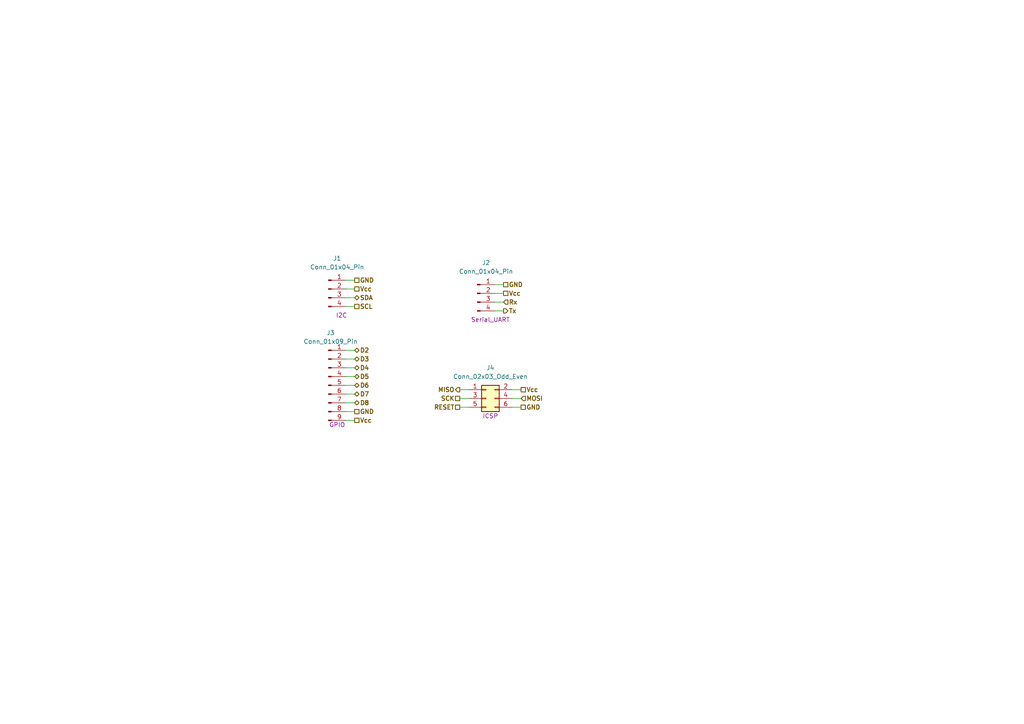
<source format=kicad_sch>
(kicad_sch (version 20231120) (generator "eeschema") (generator_version "8.0")
  (paper "A4")
  (lib_symbols
    (symbol "Connector:Conn_01x04_Pin" (pin_names (offset 1.016) hide)
      (property "Reference" "J" (at 0 5.08 0))
      (property "Value" "Conn_01x04_Pin" (at 0 -7.62 0))
      (symbol "Conn_01x04_Pin_1_1"
        (polyline (pts (xy 1.27 -5.08) (xy 0.8636 -5.08)) (stroke (width 0.1524)))
        (polyline (pts (xy 1.27 -2.54) (xy 0.8636 -2.54)) (stroke (width 0.1524)))
        (polyline (pts (xy 1.27 0) (xy 0.8636 0)) (stroke (width 0.1524)))
        (polyline (pts (xy 1.27 2.54) (xy 0.8636 2.54)) (stroke (width 0.1524)))
        (rectangle (start 0.8636 -4.953) (end 0 -5.207) (stroke (width 0.1524)) (fill (type outline)))
        (rectangle (start 0.8636 -2.413) (end 0 -2.667) (stroke (width 0.1524)) (fill (type outline)))
        (rectangle (start 0.8636 0.127) (end 0 -0.127) (stroke (width 0.1524)) (fill (type outline)))
        (rectangle (start 0.8636 2.667) (end 0 2.413) (stroke (width 0.1524)) (fill (type outline)))
        (pin passive line (at 5.08 2.54 180) (length 3.81) (name "Pin_1") (number "1"))
        (pin passive line (at 5.08 0 180) (length 3.81) (name "Pin_2") (number "2"))
        (pin passive line (at 5.08 -2.54 180) (length 3.81) (name "Pin_3") (number "3"))
        (pin passive line (at 5.08 -5.08 180) (length 3.81) (name "Pin_4") (number "4"))
      )
    )
    (symbol "Connector:Conn_01x09_Pin" (pin_names (offset 1.016) hide)
      (property "Reference" "J" (at 0 12.7 0))
      (property "Value" "Conn_01x09_Pin" (at 0 -12.7 0))
      (symbol "Conn_01x09_Pin_1_1"
        (polyline (pts (xy 1.27 -10.16) (xy 0.8636 -10.16)) (stroke (width 0.1524)))
        (polyline (pts (xy 1.27 -7.62) (xy 0.8636 -7.62)) (stroke (width 0.1524)))
        (polyline (pts (xy 1.27 -5.08) (xy 0.8636 -5.08)) (stroke (width 0.1524)))
        (polyline (pts (xy 1.27 -2.54) (xy 0.8636 -2.54)) (stroke (width 0.1524)))
        (polyline (pts (xy 1.27 0) (xy 0.8636 0)) (stroke (width 0.1524)))
        (polyline (pts (xy 1.27 2.54) (xy 0.8636 2.54)) (stroke (width 0.1524)))
        (polyline (pts (xy 1.27 5.08) (xy 0.8636 5.08)) (stroke (width 0.1524)))
        (polyline (pts (xy 1.27 7.62) (xy 0.8636 7.62)) (stroke (width 0.1524)))
        (polyline (pts (xy 1.27 10.16) (xy 0.8636 10.16)) (stroke (width 0.1524)))
        (rectangle (start 0.8636 -10.033) (end 0 -10.287) (stroke (width 0.1524)) (fill (type outline)))
        (rectangle (start 0.8636 -7.493) (end 0 -7.747) (stroke (width 0.1524)) (fill (type outline)))
        (rectangle (start 0.8636 -4.953) (end 0 -5.207) (stroke (width 0.1524)) (fill (type outline)))
        (rectangle (start 0.8636 -2.413) (end 0 -2.667) (stroke (width 0.1524)) (fill (type outline)))
        (rectangle (start 0.8636 0.127) (end 0 -0.127) (stroke (width 0.1524)) (fill (type outline)))
        (rectangle (start 0.8636 2.667) (end 0 2.413) (stroke (width 0.1524)) (fill (type outline)))
        (rectangle (start 0.8636 5.207) (end 0 4.953) (stroke (width 0.1524)) (fill (type outline)))
        (rectangle (start 0.8636 7.747) (end 0 7.493) (stroke (width 0.1524)) (fill (type outline)))
        (rectangle (start 0.8636 10.287) (end 0 10.033) (stroke (width 0.1524)) (fill (type outline)))
        (pin passive line (at 5.08 10.16 180) (length 3.81) (name "Pin_1") (number "1"))
        (pin passive line (at 5.08 7.62 180) (length 3.81) (name "Pin_2") (number "2"))
        (pin passive line (at 5.08 5.08 180) (length 3.81) (name "Pin_3") (number "3"))
        (pin passive line (at 5.08 2.54 180) (length 3.81) (name "Pin_4") (number "4"))
        (pin passive line (at 5.08 0 180) (length 3.81) (name "Pin_5") (number "5"))
        (pin passive line (at 5.08 -2.54 180) (length 3.81) (name "Pin_6") (number "6"))
        (pin passive line (at 5.08 -5.08 180) (length 3.81) (name "Pin_7") (number "7"))
        (pin passive line (at 5.08 -7.62 180) (length 3.81) (name "Pin_8") (number "8"))
        (pin passive line (at 5.08 -10.16 180) (length 3.81) (name "Pin_9") (number "9"))
      )
    )
    (symbol "Connector_Generic:Conn_02x03_Odd_Even" (pin_names (offset 1.016) hide)
      (property "Reference" "J" (at 1.27 5.08 0))
      (property "Value" "Conn_02x03_Odd_Even" (at 1.27 -5.08 0))
      (symbol "Conn_02x03_Odd_Even_1_1"
        (rectangle (start -1.27 -2.413) (end 0 -2.667) (stroke (width 0.1524)))
        (rectangle (start -1.27 0.127) (end 0 -0.127) (stroke (width 0.1524)))
        (rectangle (start -1.27 2.667) (end 0 2.413) (stroke (width 0.1524)))
        (rectangle (start -1.27 3.81) (end 3.81 -3.81) (stroke (width 0.254)) (fill (type background)))
        (rectangle (start 3.81 -2.413) (end 2.54 -2.667) (stroke (width 0.1524)))
        (rectangle (start 3.81 0.127) (end 2.54 -0.127) (stroke (width 0.1524)))
        (rectangle (start 3.81 2.667) (end 2.54 2.413) (stroke (width 0.1524)))
        (pin passive line (at -5.08 2.54 0) (length 3.81) (name "Pin_1") (number "1"))
        (pin passive line (at 7.62 2.54 180) (length 3.81) (name "Pin_2") (number "2"))
        (pin passive line (at -5.08 0 0) (length 3.81) (name "Pin_3") (number "3"))
        (pin passive line (at 7.62 0 180) (length 3.81) (name "Pin_4") (number "4"))
        (pin passive line (at -5.08 -2.54 0) (length 3.81) (name "Pin_5") (number "5"))
        (pin passive line (at 7.62 -2.54 180) (length 3.81) (name "Pin_6") (number "6"))
      )
    )
  )
  (wire (pts (xy 102.87 88.9) (xy 100.33 88.9)))
  (wire (pts (xy 102.87 83.82) (xy 100.33 83.82)))
  (wire (pts (xy 133.35 115.57) (xy 135.89 115.57)))
  (wire (pts (xy 102.87 121.92) (xy 100.33 121.92)))
  (wire (pts (xy 146.05 85.09) (xy 143.51 85.09)))
  (wire (pts (xy 151.13 115.57) (xy 148.59 115.57)))
  (wire (pts (xy 102.87 101.6) (xy 100.33 101.6)))
  (wire (pts (xy 133.35 118.11) (xy 135.89 118.11)))
  (wire (pts (xy 102.87 86.36) (xy 100.33 86.36)))
  (wire (pts (xy 102.87 106.68) (xy 100.33 106.68)))
  (wire (pts (xy 102.87 116.84) (xy 100.33 116.84)))
  (wire (pts (xy 151.13 113.03) (xy 148.59 113.03)))
  (wire (pts (xy 146.05 87.63) (xy 143.51 87.63)))
  (wire (pts (xy 151.13 118.11) (xy 148.59 118.11)))
  (wire (pts (xy 102.87 81.28) (xy 100.33 81.28)))
  (wire (pts (xy 102.87 104.14) (xy 100.33 104.14)))
  (wire (pts (xy 102.87 114.3) (xy 100.33 114.3)))
  (wire (pts (xy 133.35 113.03) (xy 135.89 113.03)))
  (wire (pts (xy 146.05 90.17) (xy 143.51 90.17)))
  (wire (pts (xy 102.87 109.22) (xy 100.33 109.22)))
  (wire (pts (xy 102.87 111.76) (xy 100.33 111.76)))
  (wire (pts (xy 102.87 119.38) (xy 100.33 119.38)))
  (wire (pts (xy 146.05 82.55) (xy 143.51 82.55)))
  (hierarchical_label "D7" (shape bidirectional) (at 102.87 114.3 0) (effects (font (thickness 0.254) (bold yes))))
  (hierarchical_label "Vcc" (shape passive) (at 102.87 83.82 0) (effects (font (thickness 0.254) (bold yes))))
  (hierarchical_label "D2" (shape bidirectional) (at 102.87 101.6 0) (effects (font (thickness 0.254) (bold yes))))
  (hierarchical_label "RESET" (shape passive) (at 133.35 118.11 180) (effects (font (thickness 0.254) (bold yes))))
  (hierarchical_label "GND" (shape passive) (at 102.87 81.28 0) (effects (font (thickness 0.254) (bold yes))))
  (hierarchical_label "MOSI" (shape input) (at 151.13 115.57 0) (effects (font (thickness 0.254) (bold yes))))
  (hierarchical_label "Vcc" (shape passive) (at 146.05 85.09 0) (effects (font (thickness 0.254) (bold yes))))
  (hierarchical_label "D5" (shape bidirectional) (at 102.87 109.22 0) (effects (font (thickness 0.254) (bold yes))))
  (hierarchical_label "SDA" (shape bidirectional) (at 102.87 86.36 0) (effects (font (thickness 0.254) (bold yes))))
  (hierarchical_label "MISO" (shape output) (at 133.35 113.03 180) (effects (font (thickness 0.254) (bold yes))))
  (hierarchical_label "Vcc" (shape passive) (at 102.87 121.92 0) (effects (font (thickness 0.254) (bold yes))))
  (hierarchical_label "D3" (shape bidirectional) (at 102.87 104.14 0) (effects (font (thickness 0.254) (bold yes))))
  (hierarchical_label "GND" (shape passive) (at 102.87 119.38 0) (effects (font (thickness 0.254) (bold yes))))
  (hierarchical_label "D4" (shape bidirectional) (at 102.87 106.68 0) (effects (font (thickness 0.254) (bold yes))))
  (hierarchical_label "GND" (shape passive) (at 146.05 82.55 0) (effects (font (thickness 0.254) (bold yes))))
  (hierarchical_label "D8" (shape bidirectional) (at 102.87 116.84 0) (effects (font (thickness 0.254) (bold yes))))
  (hierarchical_label "D6" (shape bidirectional) (at 102.87 111.76 0) (effects (font (thickness 0.254) (bold yes))))
  (hierarchical_label "SCL" (shape passive) (at 102.87 88.9 0) (effects (font (thickness 0.254) (bold yes))))
  (hierarchical_label "GND" (shape passive) (at 151.13 118.11 0) (effects (font (thickness 0.254) (bold yes))))
  (hierarchical_label "SCK" (shape passive) (at 133.35 115.57 180) (effects (font (thickness 0.254) (bold yes))))
  (hierarchical_label "Vcc" (shape passive) (at 151.13 113.03 0) (effects (font (thickness 0.254) (bold yes))))
  (hierarchical_label "Rx" (shape input) (at 146.05 87.63 0) (effects (font (thickness 0.254) (bold yes))))
  (hierarchical_label "Tx" (shape output) (at 146.05 90.17 0) (effects (font (thickness 0.254) (bold yes))))
  (symbol (lib_id "Connector:Conn_01x04_Pin") (at 95.25 83.82 0) (unit 1)
    (property "Reference" "J1" (at 97.79 74.93 0))
    (property "Value" "Conn_01x04_Pin" (at 97.79 77.47 0))
    (property "Footprint" "Connector_PinHeader_2.54mm:PinHeader_1x04_P2.54mm_Vertical" (effects (hide yes)))
    (property "Description" "Generic connector, single row, 01x04, script generated" (effects (hide yes)))
    (property "purpose" "I2C" (at 99.06 91.44 0))
  )
  (symbol (lib_id "Connector:Conn_01x04_Pin") (at 138.43 85.09 0) (unit 1)
    (property "Reference" "J2" (at 140.97 76.2 0))
    (property "Value" "Conn_01x04_Pin" (at 140.97 78.74 0))
    (property "Footprint" "Connector_PinHeader_2.54mm:PinHeader_1x04_P2.54mm_Vertical" (effects (hide yes)))
    (property "Description" "Generic connector, single row, 01x04, script generated" (effects (hide yes)))
    (property "purpose" "Serial_UART" (at 142.24 92.71 0))
  )
  (symbol (lib_id "Connector_Generic:Conn_02x03_Odd_Even") (at 140.97 115.57 0) (unit 1)
    (property "Reference" "J4" (at 142.24 106.68 0))
    (property "Value" "Conn_02x03_Odd_Even" (at 142.24 109.22 0))
    (property "Footprint" "Connector_PinHeader_2.54mm:PinHeader_2x03_P2.54mm_Vertical" (effects (hide yes)))
    (property "Description" "Generic connector, double row, 02x03, odd/even pin numbering scheme (row 1 odd numbers, row 2 even numbers), script generated (kicad-library-utils/schlib/autogen/connector/)" (effects (hide yes)))
    (property "purpose" "ICSP" (at 142.24 120.65 0))
  )
  (symbol (lib_id "Connector:Conn_01x09_Pin") (at 95.25 111.76 0) (unit 1)
    (property "Reference" "J3" (at 95.885 96.52 0))
    (property "Value" "Conn_01x09_Pin" (at 95.885 99.06 0))
    (property "Footprint" "Connector_PinHeader_2.54mm:PinHeader_1x09_P2.54mm_Vertical" (effects (hide yes)))
    (property "Description" "Generic connector, single row, 01x09, script generated" (effects (hide yes)))
    (property "purpose" "GPIO" (at 97.79 123.19 0))
  )
)
</source>
